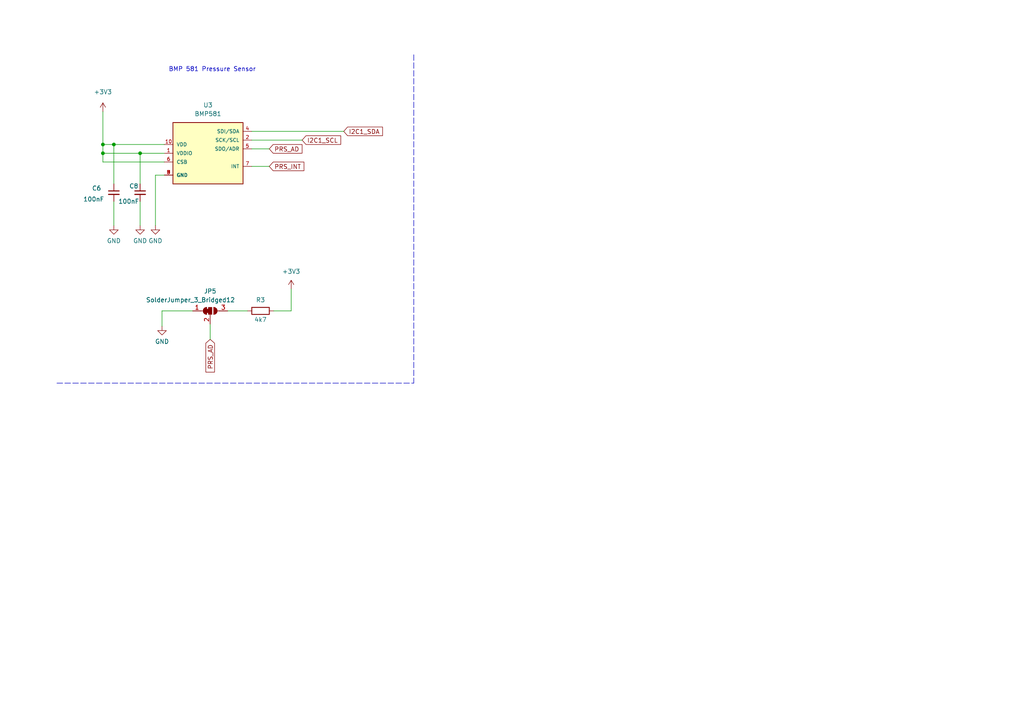
<source format=kicad_sch>
(kicad_sch (version 20211123) (generator eeschema)
  (paper "A4")
  (lib_symbols
    (symbol "BMP581:BMP581" (pin_names (offset 1.016))
      (property "Reference" "U?" (at 0 15.24 0))
      (property "Value" "BMP581" (at 0 12.7 0))
      (symbol "BMP581_0_0"
        (rectangle (start -10.16 -7.62) (end 10.16 10.16) (stroke (width 0.254)) (fill (type background)))
        (pin power_in line (at -12.7 1.27 0) (length 2.54) (name "VDDIO") (number "1"))
        (pin power_in line (at -12.7 3.81 0) (length 2.54) (name "VDD") (number "10"))
        (pin bidirectional line (at 12.7 5.08 180) (length 2.54) (name "SCK/SCL") (number "2"))
        (pin power_in line (at -12.7 -5.08 0) (length 2.54) (name "GND") (number "3"))
        (pin bidirectional line (at 12.7 7.62 180) (length 2.54) (name "SDI/SDA") (number "4"))
        (pin bidirectional line (at 12.7 2.54 180) (length 2.54) (name "SDO/ADR") (number "5"))
        (pin input line (at -12.7 -1.27 0) (length 2.54) (name "CSB") (number "6"))
        (pin output line (at 12.7 -2.54 180) (length 2.54) (name "INT") (number "7"))
        (pin power_in line (at -12.7 -5.08 0) (length 2.54) (name "GND") (number "8"))
        (pin power_in line (at -12.7 -5.08 0) (length 2.54) (name "GND") (number "9"))
      )
    )
    (symbol "Device:C_Small" (pin_numbers hide) (pin_names (offset 0.254) hide)
      (property "Reference" "C" (at 0.254 1.778 0))
      (property "Value" "C_Small" (at 0.254 -2.032 0))
      (symbol "C_Small_0_1"
        (polyline (pts (xy -1.524 -0.508) (xy 1.524 -0.508)) (stroke (width 0.3302)))
        (polyline (pts (xy -1.524 0.508) (xy 1.524 0.508)) (stroke (width 0.3048)))
      )
      (symbol "C_Small_1_1"
        (pin passive line (at 0 2.54 270) (length 2.032) (name "~") (number "1"))
        (pin passive line (at 0 -2.54 90) (length 2.032) (name "~") (number "2"))
      )
    )
    (symbol "Device:R" (pin_numbers hide) (pin_names (offset 0))
      (property "Reference" "R" (at 2.032 0 90))
      (property "Value" "R" (at 0 0 90))
      (symbol "R_0_1"
        (rectangle (start -1.016 -2.54) (end 1.016 2.54) (stroke (width 0.254)))
      )
      (symbol "R_1_1"
        (pin passive line (at 0 3.81 270) (length 1.27) (name "~") (number "1"))
        (pin passive line (at 0 -3.81 90) (length 1.27) (name "~") (number "2"))
      )
    )
    (symbol "Jumper:SolderJumper_3_Bridged12" (pin_names (offset 0) hide)
      (property "Reference" "JP" (at -2.54 -2.54 0))
      (property "Value" "SolderJumper_3_Bridged12" (at 0 2.794 0))
      (symbol "SolderJumper_3_Bridged12_0_1"
        (rectangle (start -1.016 0.508) (end -0.508 -0.508) (fill (type outline)))
        (arc (start -1.016 1.016) (mid -2.032 0) (end -1.016 -1.016))
        (arc (start -1.016 1.016) (mid -2.032 0) (end -1.016 -1.016) (fill (type outline)))
        (rectangle (start -0.508 1.016) (end 0.508 -1.016) (fill (type outline)))
        (polyline (pts (xy -2.54 0) (xy -2.032 0)))
        (polyline (pts (xy -1.016 1.016) (xy -1.016 -1.016)))
        (polyline (pts (xy 0 -1.27) (xy 0 -1.016)))
        (polyline (pts (xy 1.016 1.016) (xy 1.016 -1.016)))
        (polyline (pts (xy 2.54 0) (xy 2.032 0)))
        (arc (start 1.016 -1.016) (mid 2.032 0) (end 1.016 1.016))
        (arc (start 1.016 -1.016) (mid 2.032 0) (end 1.016 1.016) (fill (type outline)))
      )
      (symbol "SolderJumper_3_Bridged12_1_1"
        (pin passive line (at -5.08 0 0) (length 2.54) (name "A") (number "1"))
        (pin passive line (at 0 -3.81 90) (length 2.54) (name "C") (number "2"))
        (pin passive line (at 5.08 0 180) (length 2.54) (name "B") (number "3"))
      )
    )
    (symbol "power:+3V3" (power) (pin_names (offset 0))
      (property "Value" "+3V3" (at 0 3.556 0))
      (symbol "+3V3_0_1"
        (polyline (pts (xy -0.762 1.27) (xy 0 2.54)))
        (polyline (pts (xy 0 0) (xy 0 2.54)))
        (polyline (pts (xy 0 2.54) (xy 0.762 1.27)))
      )
      (symbol "+3V3_1_1"
        (pin power_in line (at 0 0 90) (length 0) hide (name "+3V3") (number "1"))
      )
    )
    (symbol "power:GND" (power) (pin_names (offset 0))
      (property "Value" "GND" (at 0 -3.81 0))
      (symbol "GND_0_1"
        (polyline (pts (xy 0 0) (xy 0 -1.27) (xy 1.27 -1.27) (xy 0 -2.54) (xy -1.27 -1.27) (xy 0 -1.27)))
      )
      (symbol "GND_1_1"
        (pin power_in line (at 0 0 270) (length 0) hide (name "GND") (number "1"))
      )
    )
  )
  (junction (at 29.845 41.91))
  (junction (at 29.845 44.45))
  (junction (at 33.02 41.91))
  (junction (at 40.64 44.45))
  (wire (pts (xy 29.845 41.91) (xy 33.02 41.91)))
  (wire (pts (xy 33.02 41.91) (xy 47.625 41.91)))
  (wire (pts (xy 29.845 44.45) (xy 40.64 44.45)))
  (wire (pts (xy 66.04 90.17) (xy 71.755 90.17)))
  (wire (pts (xy 40.64 58.42) (xy 40.64 65.405)))
  (polyline (pts (xy 16.51 111.125) (xy 120.015 111.125)))
  (wire (pts (xy 45.085 50.8) (xy 47.625 50.8)))
  (wire (pts (xy 73.025 38.1) (xy 99.695 38.1)))
  (wire (pts (xy 73.025 43.18) (xy 78.105 43.18)))
  (wire (pts (xy 29.845 41.91) (xy 29.845 44.45)))
  (wire (pts (xy 73.025 48.26) (xy 78.105 48.26)))
  (wire (pts (xy 79.375 90.17) (xy 84.455 90.17)))
  (wire (pts (xy 40.64 44.45) (xy 47.625 44.45)))
  (wire (pts (xy 46.99 94.615) (xy 46.99 90.17)))
  (polyline (pts (xy 120.015 15.875) (xy 120.015 111.125)))
  (wire (pts (xy 60.96 93.98) (xy 60.96 98.425)))
  (wire (pts (xy 40.64 44.45) (xy 40.64 53.34)))
  (wire (pts (xy 45.085 65.405) (xy 45.085 50.8)))
  (wire (pts (xy 29.845 44.45) (xy 29.845 46.99)))
  (wire (pts (xy 46.99 90.17) (xy 55.88 90.17)))
  (wire (pts (xy 33.02 58.42) (xy 33.02 65.405)))
  (wire (pts (xy 29.845 46.99) (xy 47.625 46.99)))
  (wire (pts (xy 33.02 41.91) (xy 33.02 53.34)))
  (wire (pts (xy 29.845 32.385) (xy 29.845 41.91)))
  (wire (pts (xy 73.025 40.64) (xy 87.63 40.64)))
  (wire (pts (xy 84.455 90.17) (xy 84.455 83.82)))
  (text "BMP 581 Pressure Sensor\n" (at 48.895 20.955 0) (effects (font (size 1.27 1.27)) (justify left bottom)))
  (global_label "I2C1_SDA" (shape input) (at 99.695 38.1 0) (property "Intersheet References" "${INTERSHEET_REFS}" (effects hide)))
  (global_label "PRS_INT" (shape input) (at 78.105 48.26 0) (property "Intersheet References" "${INTERSHEET_REFS}" (effects hide)))
  (global_label "PRS_AD" (shape input) (at 60.96 98.425 270) (property "Intersheet References" "${INTERSHEET_REFS}" (effects hide)))
  (global_label "I2C1_SCL" (shape input) (at 87.63 40.64 0) (property "Intersheet References" "${INTERSHEET_REFS}" (effects hide)))
  (global_label "PRS_AD" (shape input) (at 78.105 43.18 0) (property "Intersheet References" "${INTERSHEET_REFS}" (effects hide)))
  (symbol (lib_id "power:GND") (at 45.085 65.405 0) (unit 1)
    (property "Reference" "#PWR047" (effects hide))
    (property "Value" "GND" (at 45.085 69.85 0))
  )
  (symbol (lib_id "power:+3V3") (at 84.455 83.82 0) (unit 1)
    (property "Reference" "#PWR055" (effects hide))
    (property "Value" "+3V3" (at 84.455 78.74 0))
  )
  (symbol (lib_id "power:GND") (at 46.99 94.615 0) (unit 1)
    (property "Reference" "#PWR054" (effects hide))
    (property "Value" "GND" (at 46.99 99.06 0))
  )
  (symbol (lib_id "power:GND") (at 40.64 65.405 0) (unit 1)
    (property "Reference" "#PWR029" (effects hide))
    (property "Value" "GND" (at 40.64 69.85 0))
  )
  (symbol (lib_id "Device:C_Small") (at 33.02 55.88 0) (unit 1)
    (property "Reference" "C6" (at 26.67 54.61 0) (effects (justify left)))
    (property "Value" "100nF" (at 24.13 57.785 0) (effects (justify left)))
  )
  (symbol (lib_id "Device:R") (at 75.565 90.17 270) (unit 1)
    (property "Reference" "R3" (at 75.565 86.995 90))
    (property "Value" "4k7" (at 75.565 92.71 90))
    (property "Footprint" "Resistor_SMD:R_1206_3216Metric" (effects hide))
  )
  (symbol (lib_id "power:+3V3") (at 29.845 32.385 0) (unit 1)
    (property "Reference" "#PWR010" (effects hide))
    (property "Value" "+3V3" (at 29.845 26.67 0))
  )
  (symbol (lib_id "BMP581:BMP581") (at 60.325 45.72 0) (unit 1)
    (property "Reference" "U3" (at 60.325 30.48 0))
    (property "Value" "BMP581" (at 60.325 33.02 0))
    (property "Footprint" "BMP581" (effects hide))
    (property "PROD_ID" "IC-16798" (effects hide))
  )
  (symbol (lib_id "Jumper:SolderJumper_3_Bridged12") (at 60.96 90.17 0) (unit 1)
    (property "Reference" "JP5" (at 60.96 84.455 0))
    (property "Value" "SolderJumper_3_Bridged12" (at 55.245 86.995 0))
    (property "Footprint" "Jumper:SolderJumper-3_P1.3mm_Open_Pad1.0x1.5mm_NumberLabels" (effects hide))
  )
  (symbol (lib_id "Device:C_Small") (at 40.64 55.88 0) (unit 1)
    (property "Reference" "C8" (at 37.465 53.975 0) (effects (justify left)))
    (property "Value" "100nF" (at 34.29 58.42 0) (effects (justify left)))
  )
  (symbol (lib_id "power:GND") (at 33.02 65.405 0) (unit 1)
    (property "Reference" "#PWR014" (effects hide))
    (property "Value" "GND" (at 33.02 69.85 0))
  )
)
</source>
